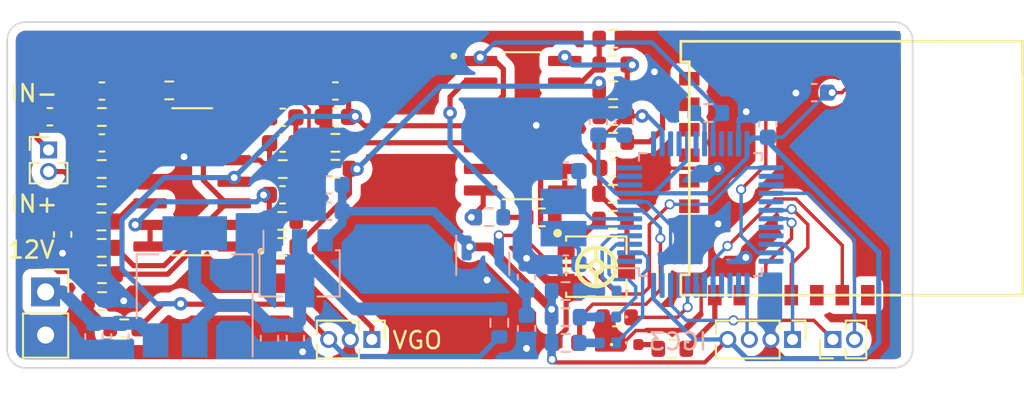
<source format=kicad_pcb>
(kicad_pcb (version 20211014) (generator pcbnew)
  (layers (0 "F.Cu" signal) (31 "B.Cu" signal) (34 "B.Paste" user) (35 "F.Paste" user) (36 "B.SilkS" user "B.Silkscreen") (37 "F.SilkS" user "F.Silkscreen") (38 "B.Mask" user) (39 "F.Mask" user) (44 "Edge.Cuts" user))
  (net 0 "")
  (net 1 "GND")
  (net 2 "/X1")
  (net 3 "+3.3V")
  (net 4 "/NRST")
  (net 5 "/X2")
  (net 6 "Net-(C5-Pad1)")
  (net 7 "/IN-")
  (net 8 "/IN+")
  (net 9 "Net-(C7-Pad1)")
  (net 10 "Net-(C12-Pad2)")
  (net 11 "Net-(C12-Pad1)")
  (net 12 "Net-(C13-Pad1)")
  (net 13 "Net-(C13-Pad2)")
  (net 14 "Net-(C14-Pad1)")
  (net 15 "+5V")
  (net 16 "VCC")
  (net 17 "/REF2V5")
  (net 18 "Net-(C24-Pad1)")
  (net 19 "Net-(D1-Pad2)")
  (net 20 "/LED1")
  (net 21 "Net-(D2-Pad2)")
  (net 22 "/LED2")
  (net 23 "Net-(D3-Pad2)")
  (net 24 "/LED3")
  (net 25 "Net-(D4-Pad2)")
  (net 26 "/SWDIO")
  (net 27 "/SWCLK")
  (net 28 "+12V")
  (net 29 "/USART3_RX")
  (net 30 "/USART3_TX")
  (net 31 "/OUT")
  (net 32 "/BOOT0")
  (net 33 "Net-(R5-Pad2)")
  (net 34 "Net-(R8-Pad1)")
  (net 35 "/ADC")
  (net 36 "/ADC1_IN9")
  (net 37 "Net-(R17-Pad1)")
  (net 38 "Net-(R18-Pad1)")
  (net 39 "Net-(R18-Pad2)")
  (net 40 "Net-(R20-Pad2)")
  (net 41 "/DAC")
  (net 42 "Net-(R21-Pad2)")
  (net 43 "Net-(R22-Pad2)")
  (net 44 "Net-(R28-Pad1)")
  (net 45 "Net-(R30-Pad1)")
  (net 46 "Net-(R30-Pad2)")
  (net 47 "Net-(R31-Pad1)")
  (net 48 "Net-(R32-Pad1)")
  (net 50 "/JDY-23_PWRC")
  (net 56 "/JDY-23_STAT")
  (net 81 "/USART1_TX_JDY-23_RX")
  (net 82 "/USART1_RX_JDY-23_TX")
  (footprint "TLC274ACDR:SOIC127P600X175-14N" (layer "F.Cu") (at 74.475 62.325)
    (fp_text reference "U4" hide)
    (fp_text value "TLC274")
  )
  (footprint "Connector_PinHeader_1.27mm:PinHeader_1x02_P1.27mm_Vertical" (layer "F.Cu") (at 92.725 74.9 90)
    (fp_text reference "J6" hide)
    (fp_text value "Conn_01x02")
  )
  (footprint "Resistor_SMD:R_0603_1608Metric" (layer "F.Cu") (at 51.03 74.245 180)
    (fp_text reference "R3" hide)
    (fp_text value "10k")
  )
  (footprint "Resistor_SMD:R_0603_1608Metric" (layer "F.Cu") (at 79.795 63.27)
    (fp_text reference "R22" hide)
    (fp_text value "1K")
  )
  (footprint "Resistor_SMD:R_0603_1608Metric" (layer "F.Cu") (at 79.8 58.725)
    (fp_text reference "R24" hide)
    (fp_text value "10K")
  )
  (footprint "JDY-23:JDY-23" (layer "F.Cu") (at 96.881692 67.365)
    (fp_text reference "U1" hide)
    (fp_text value "JDY-23")
  )
  (footprint "Resistor_SMD:R_0603_1608Metric" (layer "F.Cu") (at 63.455 63.33)
    (fp_text reference "R29" hide)
    (fp_text value "10k")
  )
  (footprint "Resistor_SMD:R_0603_1608Metric" (layer "F.Cu") (at 60.355 64.875)
    (fp_text reference "R16" hide)
    (fp_text value "3K")
  )
  (footprint "Resistor_SMD:R_0603_1608Metric" (layer "F.Cu") (at 80.025 73.6 180)
    (fp_text reference "R2" hide)
    (fp_text value "10K")
  )
  (footprint "Resistor_SMD:R_0603_1608Metric" (layer "F.Cu") (at 63.455 64.855)
    (fp_text reference "R28" hide)
    (fp_text value "10k")
  )
  (footprint "Capacitor_SMD:C_0603_1608Metric" (layer "F.Cu") (at 47.405 68.72 -90)
    (fp_text reference "C6" hide)
    (fp_text value "1uF")
  )
  (footprint "Capacitor_SMD:C_0603_1608Metric" (layer "F.Cu") (at 79.785 64.805)
    (fp_text reference "C24" hide)
    (fp_text value "2.2uF")
  )
  (footprint "Resistor_SMD:R_0603_1608Metric" (layer "F.Cu") (at 79.805 61.755 180)
    (fp_text reference "R21" hide)
    (fp_text value "1K")
  )
  (footprint "Capacitor_SMD:C_0603_1608Metric" (layer "F.Cu") (at 46.655 61.795 180)
    (fp_text reference "C5" hide)
    (fp_text value "220nF")
  )
  (footprint "Resistor_SMD:R_0603_1608Metric" (layer "F.Cu") (at 79.8 60.24 180)
    (fp_text reference "R25" hide)
    (fp_text value "1K")
  )
  (footprint "TLC274ACDR:SOIC127P600X175-14N" (layer "F.Cu") (at 55.025 65.62 180)
    (fp_text reference "U3" hide)
    (fp_text value "TLC274")
  )
  (footprint "Resistor_SMD:R_0603_1608Metric" (layer "F.Cu") (at 60.325 67.925 180)
    (fp_text reference "R14" hide)
    (fp_text value "1.5k")
  )
  (footprint "Resistor_SMD:R_0603_1608Metric" (layer "F.Cu") (at 72.51 67.715)
    (fp_text reference "R31" hide)
    (fp_text value "10k")
  )
  (footprint "Resistor_SMD:R_0603_1608Metric" (layer "F.Cu") (at 60.325 69.455 180)
    (fp_text reference "R23" hide)
    (fp_text value "62K")
  )
  (footprint "Capacitor_SMD:C_0603_1608Metric" (layer "F.Cu") (at 63.455 61.805 180)
    (fp_text reference "C25" hide)
    (fp_text value "10uF")
  )
  (footprint "Resistor_SMD:R_0603_1608Metric" (layer "F.Cu") (at 75.535 67.715)
    (fp_text reference "R30" hide)
    (fp_text value "10k")
  )
  (footprint "Connector_PinSocket_2.54mm:PinSocket_1x02_P2.54mm_Vertical" (layer "F.Cu") (at 46.405 72.1)
    (fp_text reference "J5" hide)
    (fp_text value "Power")
  )
  (footprint "Resistor_SMD:R_0603_1608Metric" (layer "F.Cu") (at 77 73.6 180)
    (fp_text reference "R1" hide)
    (fp_text value "10K")
  )
  (footprint "Capacitor_SMD:C_0603_1608Metric" (layer "F.Cu") (at 60.34 66.39 180)
    (fp_text reference "C13" hide)
    (fp_text value "2.2uF")
  )
  (footprint "Resistor_SMD:R_0603_1608Metric" (layer "F.Cu") (at 49.69 67.96 180)
    (fp_text reference "R19" hide)
    (fp_text value "15R")
  )
  (footprint "Resistor_SMD:R_0603_1608Metric" (layer "F.Cu") (at 49.705 69.51 180)
    (fp_text reference "R18" hide)
    (fp_text value "6.8K")
  )
  (footprint "Connector_PinHeader_1.27mm:PinHeader_1x04_P1.27mm_Vertical" (layer "F.Cu") (at 90.35 74.9 -90)
    (fp_text reference "J1" hide)
    (fp_text value "SWD")
  )
  (footprint "Resistor_SMD:R_0603_1608Metric" (layer "F.Cu") (at 53.68 60.245 180)
    (fp_text reference "R13" hide)
    (fp_text value "3K")
  )
  (footprint "Resistor_SMD:R_0603_1608Metric" (layer "F.Cu") (at 49.715 61.81 180)
    (fp_text reference "R7" hide)
    (fp_text value "10M")
  )
  (footprint "Resistor_SMD:R_0603_1608Metric" (layer "F.Cu") (at 49.705 66.415 180)
    (fp_text reference "R8" hide)
    (fp_text value "2K")
  )
  (footprint "Connector_PinHeader_1.27mm:PinHeader_1x03_P1.27mm_Vertical" (layer "F.Cu") (at 65.6 74.9 -90)
    (fp_text reference "JP1" hide)
    (fp_text value "connector")
  )
  (footprint "Diode_SMD:D_0402_1005Metric" (layer "F.Cu") (at 80.79 75.2)
    (fp_text reference "D1" hide)
    (fp_text value "RED")
  )
  (footprint "EVM3ESX50B24:RES-ADJ-SMD_EVM3ESX50B24" (layer "F.Cu") (at 78.808 70.61625)
    (fp_text reference "VR1" hide)
    (fp_text value "20K" hide)
  )
  (footprint "Capacitor_SMD:C_0603_1608Metric" (layer "F.Cu") (at 60.355 63.35)
    (fp_text reference "C14" hide)
    (fp_text value "1uF")
  )
  (footprint "Capacitor_SMD:C_0603_1608Metric" (layer "F.Cu") (at 63.455 60.28 180)
    (fp_text reference "C21" hide)
    (fp_text value "10uF")
  )
  (footprint "Resistor_SMD:R_0603_1608Metric" (layer "F.Cu") (at 49.7225 71.06 180)
    (fp_text reference "R17" hide)
    (fp_text value "1K")
  )
  (footprint "Resistor_SMD:R_0603_1608Metric" (layer "F.Cu") (at 79.78 66.33)
    (fp_text reference "R27" hide)
    (fp_text value "2K")
  )
  (footprint "Connector_PinHeader_1.27mm:PinHeader_1x02_P1.27mm_Vertical" (layer "F.Cu") (at 46.58 63.75)
    (fp_text reference "J2" hide)
    (fp_text value "Sensor")
  )
  (footprint "Resistor_SMD:R_0603_1608Metric" (layer "F.Cu") (at 49.73 72.64)
    (fp_text reference "R4" hide)
    (fp_text value "10k")
  )
  (footprint "Capacitor_SMD:C_0603_1608Metric" (layer "F.Cu") (at 49.715 60.285 180)
    (fp_text reference "C8" hide)
    (fp_text value "10nF")
  )
  (footprint "Capacitor_SMD:C_0603_1608Metric" (layer "F.Cu") (at 60.355 61.83 180)
    (fp_text reference "C12" hide)
    (fp_text value "1uF")
  )
  (footprint "Resistor_SMD:R_0603_1608Metric" (layer "F.Cu") (at 83.275 75.45)
    (fp_text reference "R5" hide)
    (fp_text value "10K")
  )
  (footprint "Capacitor_SMD:C_0603_1608Metric" (layer "F.Cu") (at 49.715 63.335 180)
    (fp_text reference "C7" hide)
    (fp_text value "0.1uF")
  )
  (footprint "Resistor_SMD:R_0603_1608Metric" (layer "F.Cu") (at 79.785 67.855 180)
    (fp_text reference "R26" hide)
    (fp_text value "10k")
  )
  (footprint "Capacitor_SMD:C_0603_1608Metric" (layer "F.Cu") (at 77 75.1)
    (fp_text reference "C3" hide)
    (fp_text value "0.1uf")
  )
  (footprint "Resistor_SMD:R_0603_1608Metric" (layer "F.Cu") (at 49.705 64.87 180)
    (fp_text reference "R6" hide)
    (fp_text value "2K")
  )
  (footprint "Resistor_SMD:R_0603_1608Metric" (layer "F.Cu") (at 79.8 57.205 180)
    (fp_text reference "R20" hide)
    (fp_text value "10K")
  )
  (footprint "Capacitor_SMD:C_0603_1608Metric" (layer "B.Cu") (at 59.575 74.825 90)
    (fp_text reference "C18" hide)
    (fp_text value "0.1uf")
  )
  (footprint "Capacitor_SMD:C_0603_1608Metric" (layer "B.Cu") (at 74.7 74.25 90)
    (fp_text reference "C22" hide)
    (fp_text value "10uf")
  )
  (footprint "Resistor_SMD:R_0603_1608Metric" (layer "B.Cu") (at 77 73.575 180)
    (fp_text reference "R11" hide)
    (fp_text value "10K")
  )
  (footprint "Resistor_SMD:R_0603_1608Metric" (layer "B.Cu") (at 85.4 61.575 180)
    (fp_text reference "R9" hide)
    (fp_text value "0R")
  )
  (footprint "Package_TO_SOT_SMD:SOT-223-3_TabPin2" (layer "B.Cu") (at 55.175 71.8 90)
    (fp_text reference "V1" hide)
    (fp_text value "AMS1117-5.0")
  )
  (footprint "Capacitor_SMD:C_0603_1608Metric" (layer "B.Cu") (at 49.25 74.725 90)
    (fp_text reference "C15" hide)
    (fp_text value "10uf")
  )
  (footprint "Resistor_SMD:R_0603_1608Metric" (layer "B.Cu") (at 77 75.1 180)
    (fp_text reference "R10" hide)
    (fp_text value "10K")
  )
  (footprint "Resistor_SMD:R_0603_1608Metric" (layer "B.Cu") (at 77 72.05 180)
    (fp_text reference "R12" hide)
    (fp_text value "10K")
  )
  (footprint "Capacitor_SMD:C_0603_1608Metric" (layer "B.Cu") (at 74.7 71.225 -90)
    (fp_text reference "C23" hide)
    (fp_text value "0.1uf")
  )
  (footprint "Package_TO_SOT_SMD:SOT-23" (layer "B.Cu") (at 72.125 70.45 -90)
    (fp_text reference "V3" hide)
    (fp_text value "REF3025")
  )
  (footprint "Capacitor_SMD:C_0603_1608Metric" (layer "B.Cu") (at 77.005 70.465)
    (fp_text reference "C1" hide)
    (fp_text value "20pF")
  )
  (footprint "Capacitor_SMD:C_0603_1608Metric" (layer "B.Cu") (at 63.08 65.805)
    (fp_text reference "C20" hide)
    (fp_text value "0.1uf")
  )
  (footprint "Capacitor_SMD:C_0603_1608Metric" (layer "B.Cu") (at 77.005 64.99)
    (fp_text reference "C4" hide)
    (fp_text value "20pF")
  )
  (footprint "Package_QFP:LQFP-48_7x7mm_P0.5mm" (layer "B.Cu") (at 84.925 67.55)
    (fp_text reference "U2" hide)
    (fp_text value "STM32F373C8Tx")
  )
  (footprint "Capacitor_SMD:C_0603_1608Metric" (layer "B.Cu") (at 50.775 74.725 90)
    (fp_text reference "C16" hide)
    (fp_text value "0.1uf")
  )
  (footprint "Diode_SMD:D_0402_1005Metric" (layer "B.Cu") (at 79.5125 72.05 180)
    (fp_text reference "D4" hide)
    (fp_text value "RED")
  )
  (footprint "Capacitor_SMD:C_0603_1608Metric" (layer "B.Cu") (at 88.9 62.225 -90)
    (fp_text reference "C10" hide)
    (fp_text value "0.1uf")
  )
  (footprint "Capacitor_SMD:C_0603_1608Metric" (layer "B.Cu") (at 78.925 62.1 -90)
    (fp_text reference "C9" hide)
    (fp_text value "0.1uf")
  )
  (footprint "Resistor_SMD:R_0603_1608Metric" (layer "B.Cu") (at 72.5 67.7 180)
    (fp_text reference "R32" hide)
    (fp_text value "1k")
  )
  (footprint "Capacitor_SMD:C_0603_1608Metric" (layer "B.Cu") (at 63.08 67.355)
    (fp_text reference "C19" hide)
    (fp_text value "10uf")
  )
  (footprint "Diode_SMD:D_0402_1005Metric" (layer "B.Cu") (at 79.4875 75.1 180)
    (fp_text reference "D2" hide)
    (fp_text value "RED")
  )
  (footprint "Diode_SMD:D_0402_1005Metric" (layer "B.Cu") (at 79.4875 73.575 180)
    (fp_text reference "D3" hide)
    (fp_text value "RED")
  )
  (footprint "Capacitor_SMD:C_0603_1608Metric" (layer "B.Cu") (at 91.625 60.375)
    (fp_text reference "C2" hide)
    (fp_text value "0.1uf")
  )
  (footprint "Capacitor_SMD:C_0603_1608Metric" (layer "B.Cu") (at 80.45 62.1 -90)
    (fp_text reference "C11" hide)
    (fp_text value "0.1uf")
  )
  (footprint "Package_TO_SOT_SMD:SOT-89-3" (layer "B.Cu") (at 61.35 70.7125 -90)
    (fp_text reference "V2" hide)
    (fp_text value "HT7533")
  )
  (footprint "Resistor_SMD:R_0603_1608Metric" (layer "B.Cu") (at 73.1 73.925 90)
    (fp_text reference "R15" hide)
    (fp_text value "0R")
  )
  (footprint "Capacitor_SMD:C_0603_1608Metric" (layer "B.Cu") (at 61.1 74.825 90)
    (fp_text reference "C17" hide)
    (fp_text value "10uf")
  )
  (footprint "3225 8M:XTAL_NX3225GD-8MHZ-STD-CRA-3" (layer "B.Cu") (at 76.875 67.725 90)
    (fp_text reference "Y1" hide)
    (fp_text value "8M")
  )
  (gr_arc (start 96.283336 56.226668) (mid 97.099002 56.544334) (end 97.416668 57.36) (layer "Edge.Cuts") (width 0.1))
  (gr_line (start 96.283336 76.568332) (end 45.275 76.568332) (layer "Edge.Cuts") (width 0.1))
  (gr_arc (start 97.416668 75.435) (mid 97.099002 76.250666) (end 96.283336 76.568332) (layer "Edge.Cuts") (width 0.1))
  (gr_arc (start 45.275 76.568332) (mid 44.459334 76.250666) (end 44.141668 75.435) (layer "Edge.Cuts") (width 0.1))
  (gr_line (start 96.283336 56.226668) (end 45.275 56.226668) (layer "Edge.Cuts") (width 0.1))
  (gr_line (start 44.141668 75.435) (end 44.141668 57.36) (layer "Edge.Cuts") (width 0.1))
  (gr_line (start 97.416668 57.36) (end 97.416668 75.435) (layer "Edge.Cuts") (width 0.1))
  (gr_arc (start 44.141668 57.36) (mid 44.459334 56.544334) (end 45.275 56.226668) (layer "Edge.Cuts") (width 0.1))
  (gr_text "IGC3\n" (at 83.6 75.025) (layer "B.SilkS") (effects (font (size 1 1)) (justify mirror)))
  (gr_text "VGO" (at 68.275 74.95) (layer "F.SilkS") (effects (font (size 1 1))))
  (gr_text "IN-\n\n" (at 45.725 61.225) (layer "F.SilkS") (effects (font (size 1 1))))
  (gr_text "12V\n" (at 45.55 69.625) (layer "F.SilkS") (effects (font (size 1 1))))
  (gr_text "IN+\n" (at 45.725 66.925) (layer "F.SilkS") (effects (font (size 1 1))))
  (segment (start 85.925 64.825) (end 82.11 64.825) (width 0.2032) (layer "F.Cu") (net 1))
  (segment (start 96.27768 72.2926) (end 96.27768 74.42232) (width 0.254) (layer "F.Cu") (net 1))
  (segment (start 86.42425 70.07575) (end 84.975 71.525) (width 0.2032) (layer "F.Cu") (net 1))
  (segment (start 87.601651 70.07575) (end 86.42425 70.07575) (width 0.2032) (layer "F.Cu") (net 1))
  (segment (start 81.1284 74.3766) (end 80.305 75.2) (width 0.2032) (layer "F.Cu") (net 1))
  (segment (start 96.27768 74.42232) (end 94.675 76.025) (width 0.254) (layer "F.Cu") (net 1))
  (segment (start 85.95 64.85) (end 85.925 64.825) (width 0.2032) (layer "F.Cu") (net 1))
  (segment (start 83.8734 74.3766) (end 81.1284 74.3766) (width 0.2032) (layer "F.Cu") (net 1))
  (segment (start 77.03 71.63225) (end 77.03 74.295) (width 0.3048) (layer "F.Cu") (net 1))
  (segment (start 82.11 64.825) (end 80.605 66.33) (width 0.2032) (layer "F.Cu") (net 1))
  (segment (start 89.875 76.025) (end 89.08 75.23) (width 0.254) (layer "F.Cu") (net 1))
  (segment (start 77.03 74.295) (end 76.225 75.1) (width 0.3048) (layer "F.Cu") (net 1))
  (segment (start 84.975 73.275) (end 83.8734 74.3766) (width 0.2032) (layer "F.Cu") (net 1))
  (segment (start 94.675 76.025) (end 89.875 76.025) (width 0.254) (layer "F.Cu") (net 1))
  (segment (start 84.975 71.525) (end 84.975 73.275) (width 0.2032) (layer "F.Cu") (net 1))
  (via (at 54.55 64.15) (size 0.8) (drill 0.4) (layers "F.Cu" "B.Cu") (net 1))
  (via (at 61.525 75.625) (size 0.8) (drill 0.4) (layers "F.Cu" "B.Cu") (net 1))
  (via (at 82.225 59.15) (size 0.8) (drill 0.4) (layers "F.Cu" "B.Cu") (net 1))
  (via (at 85.975 68.1) (size 0.8) (drill 0.4) (layers "F.Cu" "B.Cu") (net 1))
  (via (at 47.4 69.825) (size 0.8) (drill 0.4) (layers "F.Cu" "B.Cu") (net 1))
  (via (at 72.375 71.4) (size 0.8) (drill 0.4) (layers "F.Cu" "B.Cu") (net 1))
  (via (at 85.95 64.85) (size 0.8) (drill 0.4) (layers "F.Cu" "B.Cu") (net 1))
  (via (at 90.55 60.4) (size 0.8) (drill 0.4) (layers "F.Cu" "B.Cu") (net 1))
  (via (at 51 72.625) (size 0.8) (drill 0.4) (layers "F.Cu" "B.Cu") (net 1))
  (via (at 74.7 70.125) (size 0.8) (drill 0.4) (layers "F.Cu" "B.Cu") (net 1))
  (via (at 74.7 75.425) (size 0.8) (drill 0.4) (layers "F.Cu" "B.Cu") (net 1))
  (via (at 87.601651 70.07575) (size 0.8) (drill 0.4) (layers "F.Cu" "B.Cu") (net 1))
  (via (at 75.275 62.3) (size 0.8) (drill 0.4) (layers "F.Cu" "B.Cu") (net 1))
  (via (at 87.625 61.5) (size 0.8) (drill 0.4) (layers "F.Cu" "B.Cu") (net 1))
  (segment (start 82.675 69.95) (end 83.1766 69.4484) (width 0.2032) (layer "B.Cu") (net 1))
  (segment (start 83.1766 69.4484) (end 83.1766 68.1766) (width 0.2032) (layer "B.Cu") (net 1))
  (segment (start 82.675 71.7125) (end 82.675 69.95) (width 0.2032) (layer "B.Cu") (net 1))
  (segment (start 87.175 61.95) (end 87.625 61.5) (width 0.254) (layer "B.Cu") (net 1))
  (segment (start 76.25 61.325) (end 75.275 62.3) (width 0.3048) (layer "B.Cu") (net 1))
  (segment (start 81.8 66.8) (end 80.7625 66.8) (width 0.2032) (layer "B.Cu") (net 1))
  (segment (start 83.1766 68.1766) (end 81.8 66.8) (width 0.2032) (layer "B.Cu") (net 1))
  (segment (start 78.925 61.325) (end 76.25 61.325) (width 0.3048) (layer "B.Cu") (net 1))
  (segment (start 87.175 63.3875) (end 87.175 61.95) (width 0.254) (layer "B.Cu") (net 1))
  (segment (start 80.7625 68.3) (end 77.25 68.3) (width 0.25) (layer "B.Cu") (net 2))
  (segment (start 77.78 69.58) (end 76.875 68.675) (width 0.25) (layer "B.Cu") (net 2))
  (segment (start 77.78 70.465) (end 77.78 69.58) (width 0.25) (layer "B.Cu") (net 2))
  (segment (start 93.26008 60.375) (end 92.675 60.375) (width 0.2032) (layer "F.Cu") (net 3))
  (segment (start 72.5 69.45) (end 76.175 73.125) (width 0.508) (layer "F.Cu") (net 3))
  (segment (start 85.19 76.25) (end 76.3755 76.25) (width 0.25) (layer "F.Cu") (net 3))
  (segment (start 86.54 74.9) (end 85.19 76.25) (width 0.25) (layer "F.Cu") (net 3))
  (segment (start 71.35 69.45) (end 72.5 69.45) (width 0.508) (layer "F.Cu") (net 3))
  (segment (start 96.27768 57.3574) (end 93.26008 60.375) (width 0.2032) (layer "F.Cu") (net 3))
  (segment (start 76.3755 76.25) (end 76.2 76.0745) (width 0.25) (layer "F.Cu") (net 3))
  (via (at 92.675 60.375) (size 0.6) (drill 0.4) (layers "F.Cu" "B.Cu") (net 3))
  (via (at 71.35 69.45) (size 0.8) (drill 0.4) (layers "F.Cu" "B.Cu") (net 3))
  (via (at 76.175 73.125) (size 0.8) (drill 0.4) (layers "F.Cu" "B.Cu") (net 3))
  (via (at 76.2 76.0745) (size 0.6) (drill 0.4) (layers "F.Cu" "B.Cu") (net 3))
  (segment (start 84.175 64.320342) (end 82.195342 66.3) (width 0.25) (layer "B.Cu") (net 3))
  (segment (start 87.665 76.025) (end 94.475 76.025) (width 0.3048) (layer "B.Cu") (net 3))
  (segment (start 95.425 69.778974) (end 88.9 63.253974) (width 0.3048) (layer "B.Cu") (net 3))
  (segment (start 76.175 72.05) (end 76.175 73.125) (width 0.508) (layer "B.Cu") (net 3))
  (segment (start 76.175 73.125) (end 76.175 75.1) (width 0.508) (layer "B.Cu") (net 3))
  (segment (start 95.425 75.075) (end 95.425 69.778974) (width 0.3048) (layer "B.Cu") (net 3))
  (segment (start 79.959315 66.3) (end 78.925 65.265685) (width 0.25) (layer "B.Cu") (net 3))
  (segment (start 85.565685 66.3) (end 82.195342 66.3) (width 0.25) (layer "B.Cu") (net 3))
  (segment (start 82.175 72.515685) (end 84.559315 74.9) (width 0.25) (layer "B.Cu") (net 3))
  (segment (start 76.175 75.1) (end 76.175 76.0495) (width 0.508) (layer "B.Cu") (net 3))
  (segment (start 82.175 71.7125) (end 82.175 72.515685) (width 0.25) (layer "B.Cu") (net 3))
  (segment (start 80.7625 66.3) (end 79.959315 66.3) (width 0.25) (layer "B.Cu") (net 3))
  (segment (start 94.475 76.025) (end 95.425 75.075) (width 0.3048) (layer "B.Cu") (net 3))
  (segment (start 78.925 62.875) (end 80.205 62.875) (width 0.3048) (layer "B.Cu") (net 3))
  (segment (start 84.559315 74.9) (end 86.54 74.9) (width 0.25) (layer "B.Cu") (net 3))
  (segment (start 87.675 63.3875) (end 87.675 64.190685) (width 0.25) (layer "B.Cu") (net 3))
  (segment (start 86.54 74.9) (end 87.665 76.025) (width 0.3048) (layer "B.Cu") (net 3))
  (segment (start 80.7625 66.3) (end 82.195342 66.3) (width 0.25) (layer "B.Cu") (net 3))
  (segment (start 84.175 63.3875) (end 84.175 64.320342) (width 0.25) (layer "B.Cu") (net 3))
  (segment (start 63.855 67.355) (end 63.855 68.0575) (width 0.508) (layer "B.Cu") (net 3))
  (segment (start 88.0149 63.05) (end 87.6774 63.3875) (width 0.3048) (layer "B.Cu") (net 3))
  (segment (start 63.855 68.0575) (end 62.85 69.0625) (width 0.508) (layer "B.Cu") (net 3))
  (segment (start 92.4 60.375) (end 89.775 63) (width 0.2032) (layer "B.Cu") (net 3))
  (segment (start 89.775 63) (end 88.9 63) (width 0.2032) (layer "B.Cu") (net 3))
  (segment (start 76.175 76.0495) (end 76.2 76.0745) (width 0.508) (layer "B.Cu") (net 3))
  (segment (start 69.255 67.355) (end 63.855 67.355) (width 0.508) (layer "B.Cu") (net 3))
  (segment (start 88.0149 63.05) (end 88.85 63.05) (width 0.3048) (layer "B.Cu") (net 3))
  (segment (start 63.855 65.805) (end 63.855 67.355) (width 0.508) (layer "B.Cu") (net 3))
  (segment (start 71.35 69.45) (end 69.255 67.355) (width 0.508) (layer "B.Cu") (net 3))
  (segment (start 87.675 64.190685) (end 85.565685 66.3) (width 0.25) (layer "B.Cu") (net 3))
  (segment (start 87.64 76) (end 86.54 74.9) (width 0.25) (layer "B.Cu") (net 3))
  (segment (start 78.925 65.265685) (end 78.925 62.875) (width 0.25) (layer "B.Cu") (net 3))
  (segment (start 81.7266 72.8234) (end 78.6016 72.8234) (width 0.2032) (layer "F.Cu") (net 4))
  (segment (start 78.6016 72.8234) (end 77.825 73.6) (width 0.2032) (layer "F.Cu") (net 4))
  (segment (start 77.825 73.6) (end 77.825 75.05) (width 0.3048) (layer "F.Cu") (net 4))
  (segment (start 82.575 68.95) (end 82.575 71.975) (width 0.2032) (layer "F.Cu") (net 4))
  (segment (start 82.575 71.975) (end 81.7266 72.8234) (width 0.2032) (layer "F.Cu") (net 4))
  (via (at 82.575 68.95) (size 0.6) (drill 0.4) (layers "F.Cu" "B.Cu") (net 4))
  (segment (start 82.575 68.95) (end 82.575 68.342407) (width 0.2032) (layer "B.Cu") (net 4))
  (segment (start 82.575 68.342407) (end 81.532593 67.3) (width 0.2032) (layer "B.Cu") (net 4))
  (segment (start 81.532593 67.3) (end 80.7625 67.3) (width 0.2032) (layer "B.Cu") (net 4))
  (segment (start 77.78 64.99) (end 77.78 65.87) (width 0.25) (layer "B.Cu") (net 5))
  (segment (start 80.7625 67.8) (end 78.5266 67.8) (width 0.2032) (layer "B.Cu") (net 5))
  (segment (start 78.5266 67.8) (end 77.5016 66.775) (width 0.2032) (layer "B.Cu") (net 5))
  (segment (start 77.78 65.87) (end 76.875 66.775) (width 0.25) (layer "B.Cu") (net 5))
  (segment (start 47.43 61.795) (end 48.875 61.795) (width 0.3048) (layer "F.Cu") (net 6))
  (segment (start 48.89 61.81) (end 48.89 64.86) (width 0.3048) (layer "F.Cu") (net 6))
  (segment (start 48.94 60.285) (end 47.073332 60.285) (width 0.3048) (layer "F.Cu") (net 7))
  (segment (start 47.073332 60.285) (end 45.88 61.478332) (width 0.3048) (layer "F.Cu") (net 7))
  (segment (start 45.88 63.05) (end 46.58 63.75) (width 0.3048) (layer "F.Cu") (net 7))
  (segment (start 45.88 61.795) (end 45.88 63.05) (width 0.3048) (layer "F.Cu") (net 7))
  (segment (start 48.905 72.986668) (end 48.905 72.64) (width 0.3048) (layer "F.Cu") (net 8))
  (segment (start 47.140932 70.8976) (end 48.7351 70.8976) (width 0.3048) (layer "F.Cu") (net 8))
  (segment (start 50.163332 74.245) (end 48.905 72.986668) (width 0.3048) (layer "F.Cu") (net 8))
  (segment (start 46.5776 70.334268) (end 47.140932 70.8976) (width 0.3048) (layer "F.Cu") (net 8))
  (segment (start 47.405 67.945) (end 48.85 67.945) (width 0.3048) (layer "F.Cu") (net 8))
  (segment (start 46.58 65.02) (end 47.485 65.02) (width 0.3048) (layer "F.Cu") (net 8))
  (segment (start 46.5776 68.7724) (end 46.5776 70.334268) (width 0.3048) (layer "F.Cu") (net 8))
  (segment (start 47.405 67.945) (end 46.5776 68.7724) (width 0.3048) (layer "F.Cu") (net 8))
  (segment (start 47.485 65.02) (end 48.88 66.415) (width 0.3048) (layer "F.Cu") (net 8))
  (segment (start 48.8975 71.06) (end 48.8975 72.6325) (width 0.3048) (layer "F.Cu") (net 8))
  (segment (start 48.88 66.415) (end 48.88 67.945) (width 0.3048) (layer "F.Cu") (net 8))
  (segment (start 50.49 63.335) (end 50.49 64.83) (width 0.3048) (layer "F.Cu") (net 9))
  (segment (start 52.55 63.08) (end 50.745 63.08) (width 0.3048) (layer "F.Cu") (net 9))
  (segment (start 58.845 61.095) (end 59.58 61.83) (width 0.3048) (layer "F.Cu") (net 10))
  (segment (start 53.705 61.095) (end 58.845 61.095) (width 0.3048) (layer "F.Cu") (net 10))
  (segment (start 50.49 60.285) (end 50.49 61.76) (width 0.3048) (layer "F.Cu") (net 10))
  (segment (start 52.855 60.245) (end 53.705 61.095) (width 0.3048) (layer "F.Cu") (net 10))
  (segment (start 52.855 60.245) (end 50.53 60.245) (width 0.3048) (layer "F.Cu") (net 10))
  (segment (start 52.55 61.81) (end 50.54 61.81) (width 0.3048) (layer "F.Cu") (net 10))
  (segment (start 61.15 67.925) (end 60.325 67.1) (width 0.2032) (layer "F.Cu") (net 11))
  (segment (start 60.325 64.155) (end 61.13 63.35) (width 0.2032) (layer "F.Cu") (net 11))
  (segment (start 61.13 61.83) (end 61.13 63.35) (width 0.3048) (layer "F.Cu") (net 11))
  (segment (start 60.325 67.1) (end 60.325 64.155) (width 0.2032) (layer "F.Cu") (net 11))
  (segment (start 61.18 64.875) (end 61.18 66.325) (width 0.3048) (layer "F.Cu") (net 12))
  (segment (start 61.9 61.380275) (end 61.9 64.155) (width 0.2032) (layer "F.Cu") (net 12))
  (segment (start 60.764725 60.245) (end 61.9 61.380275) (width 0.2032) (layer "F.Cu") (net 12))
  (segment (start 54.505 60.245) (end 60.764725 60.245) (width 0.2032) (layer "F.Cu") (net 12))
  (segment (start 61.9 64.155) (end 61.18 64.875) (width 0.2032) (layer "F.Cu") (net 12))
  (segment (start 59.565 66.39) (end 59.565 67.86) (width 0.3048) (layer "F.Cu") (net 13))
  (segment (start 59.225 66.4) (end 59.555 66.4) (width 0.3048) (layer "F.Cu") (net 13))
  (segment (start 52.55 68.16) (end 52.55 69.43) (width 0.3048) (layer "F.Cu") (net 13))
  (via (at 59.225 66.4) (size 0.8) (drill 0.4) (layers "F.Cu" "B.Cu") (net 13))
  (via (at 51.675 68.15) (size 0.8) (drill 0.4) (layers "F.Cu" "B.Cu") (net 13))
  (segment (start 53.025 66.8) (end 51.675 68.15) (width 0.3048) (layer "B.Cu") (net 13))
  (segment (start 58.825 66.8) (end 53.025 66.8) (width 0.3048) (layer "B.Cu") (net 13))
  (segment (start 59.225 66.4) (end 58.825 66.8) (width 0.3048) (layer "B.Cu") (net 13))
  (segment (start 57.5 64.35) (end 59.005 64.35) (width 0.3048) (layer "F.Cu") (net 14))
  (segment (start 59.58 63.35) (end 59.58 64.825) (width 0.3048) (layer "F.Cu") (net 14))
  (segment (start 59.005 64.35) (end 59.53 64.875) (width 0.3048) (layer "F.Cu") (net 14))
  (segment (start 61.35 69.15) (end 61.35 73.8) (width 0.762) (layer "B.Cu") (net 15))
  (segment (start 56.375 72.9) (end 58.425 72.9) (width 0.762) (layer "B.Cu") (net 15))
  (segment (start 61.35 73.8) (end 61.1 74.05) (width 0.762) (layer "B.Cu") (net 15))
  (segment (start 56.375 72.9) (end 55.175 74.1) (width 0.762) (layer "B.Cu") (net 15))
  (segment (start 64.6255 73.1) (end 61.35 69.8245) (width 0.762) (layer "B.Cu") (net 15))
  (segment (start 55.175 68.65) (end 55.175 71.7) (width 0.762) (layer "B.Cu") (net 15))
  (segment (start 55.175 71.7) (end 56.375 72.9) (width 0.762) (layer "B.Cu") (net 15))
  (segment (start 61.1 74.05) (end 59.575 74.05) (width 0.762) (layer "B.Cu") (net 15))
  (segment (start 73.1 73.1) (end 64.6255 73.1) (width 0.762) (layer "B.Cu") (net 15))
  (segment (start 59.575 74.05) (end 58.425 72.9) (width 0.762) (layer "B.Cu") (net 15))
  (segment (start 55.175 74.1) (end 55.175 74.95) (width 0.762) (layer "B.Cu") (net 15))
  (segment (start 78.96 67.865) (end 77.22475 69.60025) (width 0.3048) (layer "F.Cu") (net 16))
  (segment (start 53.3 72.8) (end 51.855 74.245) (width 0.3048) (layer "F.Cu") (net 16))
  (segment (start 61 72.825) (end 63.06 74.885) (width 0.3048) (layer "F.Cu") (net 16))
  (segment (start 75.525 65.389352) (end 75.525 68.225) (width 0.3048) (layer "F.Cu") (net 16))
  (segment (start 54.375 72.825) (end 61 72.825) (width 0.3048) (layer "F.Cu") (net 16))
  (segment (start 65.175 62.325) (end 72 62.325) (width 0.3048) (layer "F.Cu") (net 16))
  (segment (start 72.460648 62.325) (end 75.525 65.389352) (width 0.3048) (layer "F.Cu") (net 16))
  (segment (start 54.35 72.8) (end 53.3 72.8) (width 0.3048) (layer "F.Cu") (net 16))
  (segment (start 64.625 61.775) (end 65.175 62.325) (width 0.3048) (layer "F.Cu") (net 16))
  (segment (start 75.525 68.225) (end 76.90025 69.60025) (width 0.3048) (layer "F.Cu") (net 16))
  (segment (start 64.23 60.28) (end 64.23 61.805) (width 0.3048) (layer "F.Cu") (net 16))
  (segment (start 54.35 72.8) (end 54.375 72.825) (width 0.3048) (layer "F.Cu") (net 16))
  (via (at 57.5 65.375) (size 0.8) (drill 0.4) (layers "F.Cu" "B.Cu") (net 16))
  (via (at 64.625 61.775) (size 0.8) (drill 0.4) (layers "F.Cu" "B.Cu") (net 16))
  (via (at 54.35 72.8) (size 0.8) (drill 0.4) (layers "F.Cu" "B.Cu") (net 16))
  (segment (start 71.95 75.9) (end 73.1 74.75) (width 0.3048) (layer "B.Cu") (net 16))
  (segment (start 50.9 70.775) (end 50.9 67.860945) (width 0.3048) (layer "B.Cu") (net 16))
  (segment (start 54.35 72.8) (end 52.925 72.8) (width 0.3048) (layer "B.Cu") (net 16))
  (segment (start 63.06 74.9) (end 64.06 75.9) (width 0.3048) (layer "B.Cu") (net 16))
  (segment (start 57.5 65.375) (end 61.1 61.775) (width 0.3048) (layer "B.Cu") (net 16))
  (segment (start 61.1 61.775) (end 64.625 61.775) (width 0.3048) (layer "B.Cu") (net 16))
  (segment (start 53.385945 65.375) (end 57.5 65.375) (width 0.3048) (layer "B.Cu") (net 16))
  (segment (start 64.06 75.9) (end 71.95 75.9) (width 0.3048) (layer "B.Cu") (net 16))
  (segment (start 52.925 72.8) (end 50.9 70.775) (width 0.3048) (layer "B.Cu") (net 16))
  (segment (start 50.9 67.860945) (end 53.385945 65.375) (width 0.3048) (layer "B.Cu") (net 16))
  (segment (start 80.025 72.225) (end 78.35 70.55) (width 0.2032) (layer "F.Cu") (net 17))
  (segment (start 81.925 68.15) (end 81.925 71.825) (width 0.2032) (layer "F.Cu") (net 17))
  (segment (start 74.425 68.775) (end 73.075 68.775) (width 0.2032) (layer "F.Cu") (net 17))
  (segment (start 81.525 72.225) (end 80.025 72.225) (width 0.2032) (layer "F.Cu") (net 17))
  (segment (start 83.125 66.95) (end 81.925 68.15) (width 0.2032) (layer "F.Cu") (net 17))
  (segment (start 78.35 70.55) (end 76.2 70.55) (width 0.2032) (layer "F.Cu") (net 17))
  (segment (start 76.2 70.55) (end 74.425 68.775) (width 0.2032) (layer "F.Cu") (net 17))
  (segment (start 81.925 71.825) (end 81.525 72.225) (width 0.2032) (layer "F.Cu") (net 17))
  (via (at 73.075 68.775) (size 0.6) (drill 0.4) (layers "F.Cu" "B.Cu") (net 17))
  (via (at 83.125 66.95) (size 0.6) (drill 0.4) (layers "F.Cu" "B.Cu") (net 17))
  (segment (start 85.518989 66.95) (end 87.668989 64.8) (width 0.2032) (layer "B.Cu") (net 17))
  (segment (start 74.7 72) (end 74.7 73.475) (width 0.508) (layer "B.Cu") (net 17))
  (segment (start 87.668989 64.8) (end 89.0875 64.8) (width 0.2032) (layer "B.Cu") (net 17))
  (segment (start 73.075 70.375) (end 74.7 72) (width 0.508) (layer "B.Cu") (net 17))
  (segment (start 83.125 66.95) (end 85.518989 66.95) (width 0.2032) (layer "B.Cu") (net 17))
  (segment (start 73.075 69.5125) (end 73.075 70.375) (width 0.508) (layer "B.Cu") (net 17))
  (segment (start 80.61 67.855) (end 80.61 70.59225) (width 0.3048) (layer "F.Cu") (net 18))
  (segment (start 80.48 67.855) (end 78.955 66.33) (width 0.3048) (layer "F.Cu") (net 18))
  (segment (start 76.95 63.595) (end 77.8 63.595) (width 0.3048) (layer "F.Cu") (net 18))
  (segment (start 77.8 63.595) (end 79.01 64.805) (width 0.3048) (layer "F.Cu") (net 18))
  (segment (start 79.01 64.805) (end 79.01 66.275) (width 0.3048) (layer "F.Cu") (net 18))
  (segment (start 81.275 75.2) (end 82.2 75.2) (width 0.3048) (layer "F.Cu") (net 19))
  (segment (start 82.2 75.2) (end 82.45 75.45) (width 0.3048) (layer "F.Cu") (net 19))
  (segment (start 81.825 70.092407) (end 81.825 70.7734) (width 0.2032) (layer "B.Cu") (net 20))
  (segment (start 81.5282 71.0702) (end 81.5282 73.5443) (width 0.2032) (layer "B.Cu") (net 20))
  (segment (start 81.5282 73.5443) (end 79.9725 75.1) (width 0.2032) (layer "B.Cu") (net 20))
  (segment (start 81.532593 69.8) (end 81.825 70.092407) (width 0.2032) (layer "B.Cu") (net 20))
  (segment (start 81.825 70.7734) (end 81.5282 71.0702) (width 0.2032) (layer "B.Cu") (net 20))
  (segment (start 80.7625 69.8) (end 81.532593 69.8) (width 0.2032) (layer "B.Cu") (net 20))
  (segment (start 79.0025 75.1) (end 77.825 75.1) (width 0.508) (layer "B.Cu") (net 21))
  (segment (start 79.877833 71.375) (end 80.7 71.375) (width 0.2032) (layer "B.Cu") (net 22))
  (segment (start 81.125 71.8) (end 81.125 72.4225) (width 0.2032) (layer "B.Cu") (net 22))
  (segment (start 80.7625 69.3) (end 79.992407 69.3) (width 0.2032) (layer "B.Cu") (net 22))
  (segment (start 79.5532 69.739207) (end 79.5532 71.050367) (width 0.2032) (layer "B.Cu") (net 22))
  (segment (start 81.125 72.4225) (end 79.9725 73.575) (width 0.2032) (layer "B.Cu") (net 22))
  (segment (start 79.5532 71.050367) (end 79.877833 71.375) (width 0.2032) (layer "B.Cu") (net 22))
  (segment (start 79.992407 69.3) (end 79.5532 69.739207) (width 0.2032) (layer "B.Cu") (net 22))
  (segment (start 80.7 71.375) (end 81.125 71.8) (width 0.2032) (layer "B.Cu") (net 22))
  (segment (start 79.0025 73.575) (end 77.825 73.575) (width 0.508) (layer "B.Cu") (net 23))
  (segment (start 80.7625 68.8) (end 79.7 68.8) (width 0.2032) (layer "B.Cu") (net 24))
  (segment (start 79.15 69.35) (end 79.15 71.217377) (width 0.2032) (layer "B.Cu") (net 24))
  (segment (start 79.7 68.8) (end 79.15 69.35) (width 0.2032) (layer "B.Cu") (net 24))
  (segment (start 79.15 71.217377) (end 79.982623 72.05) (width 0.2032) (layer "B.Cu") (net 24))
  (segment (start 79.0275 72.05) (end 77.825 72.05) (width 0.508) (layer "B.Cu") (net 25))
  (segment (start 89.857593 69.3) (end 89.0875 69.3) (width 0.2032) (layer "B.Cu") (net 26))
  (segment (start 90.35 69.792407) (end 89.857593 69.3) (width 0.2032) (layer "B.Cu") (net 26))
  (segment (start 90.35 74.9) (end 90.35 69.792407) (width 0.2032) (layer "B.Cu") (net 26))
  (segment (start 87.675 71.7125) (end 87.675 74.765) (width 0.2032) (layer "B.Cu") (net 27))
  (segment (start 51.875 73.95) (end 50.775 73.95) (width 0.762) (layer "B.Cu") (net 28))
  (segment (start 47.4 72.1) (end 49.25 73.95) (width 0.762) (layer "B.Cu") (net 28))
  (segment (start 46.405 72.1) (end 47.4 72.1) (width 0.762) (layer "B.Cu") (net 28))
  (segment (start 50.775 73.95) (end 49.25 73.95) (width 0.762) (layer "B.Cu") (net 28))
  (segment (start 52.875 74.95) (end 51.875 73.95) (width 0.762) (layer "B.Cu") (net 28))
  (segment (start 86.875 73.775) (end 91.6 73.775) (width 0.2032) (layer "F.Cu") (net 29))
  (segment (start 91.6 73.775) (end 92.725 74.9) (width 0.2032) (layer "F.Cu") (net 29))
  (via (at 86.875 73.775) (size 0.6) (drill 0.4) (layers "F.Cu" "B.Cu") (net 29))
  (segment (start 84.099209 73.775) (end 86.875 73.775) (width 0.2032) (layer "B.Cu") (net 29))
  (segment (start 83.175 71.7125) (end 83.175 72.850791) (width 0.2032) (layer "B.Cu") (net 29))
  (segment (start 83.175 72.850791) (end 84.099209 73.775) (width 0.2032) (layer "B.Cu") (net 29))
  (segment (start 93.995 74.9) (end 93.995 69.045) (width 0.2032) (layer "B.Cu") (net 30))
  (segment (start 91.25 66.3) (end 89.0875 66.3) (width 0.2032) (layer "B.Cu") (net 30))
  (segment (start 93.995 69.045) (end 91.25 66.3) (width 0.2032) (layer "B.Cu") (net 30))
  (segment (start 58.42 70.35) (end 61.775 70.35) (width 0.3048) (layer "F.Cu") (net 31))
  (segment (start 64.28 64.855) (end 64.28 66.32) (width 0.3048) (layer "F.Cu") (net 31))
  (segment (start 64.725 64.875) (end 64.705 64.855) (width 0.3048) (layer "F.Cu") (net 31))
  (segment (start 61.775 70.35) (end 65.6 74.175) (width 0.3048) (layer "F.Cu") (net 31))
  (segment (start 57.5 69.43) (end 58.42 70.35) (width 0.3048) (layer "F.Cu") (net 31))
  (segment (start 64.705 64.855) (end 64.28 64.855) (width 0.3048) (layer "F.Cu") (net 31))
  (segment (start 61.775 70.35) (end 61.15 69.725) (width 0.3048) (layer "F.Cu") (net 31))
  (segment (start 64.28 66.32) (end 61.15 69.45) (width 0.3048) (layer "F.Cu") (net 31))
  (segment (start 65.6 74.175) (end 65.6 74.9) (width 0.3048) (layer "F.Cu") (net 31))
  (via (at 64.725 64.875) (size 0.8) (drill 0.4) (layers "F.Cu" "B.Cu") (net 31))
  (via (at 78.965 59.7995) (size 0.8) (drill 0.4) (layers "F.Cu" "B.Cu") (net 31))
  (segment (start 69.6 60) (end 64.725 64.875) (width 0.3048) (layer "B.Cu") (net 31))
  (segment (start 78.8905 60) (end 69.6 60) (width 0.3048) (layer "B.Cu") (net 31))
  (segment (start 83.575 73.6) (end 84.175 73) (width 0.2032) (layer "F.Cu") (net 32))
  (segment (start 80.85 73.6) (end 83.575 73.6) (width 0.2032) (layer "F.Cu") (net 32))
  (via (at 84.175 73) (size 0.6) (drill 0.4) (layers "F.Cu" "B.Cu") (net 32))
  (segment (start 84.175 71.7125) (end 84.175 73) (width 0.2032) (layer "B.Cu") (net 32))
  (segment (start 85.777574 73.772426) (end 84.1 75.45) (width 0.3048) (layer "F.Cu") (net 33))
  (segment (start 85.777574 72.2926) (end 85.777574 73.772426) (width 0.3048) (layer "F.Cu") (net 33))
  (segment (start 51.758332 64.35) (end 51.2316 64.876732) (width 0.2032) (layer "F.Cu") (net 34))
  (segment (start 51.2316 65.7134) (end 50.53 66.415) (width 0.2032) (layer "F.Cu") (net 34))
  (segment (start 51.2316 64.876732) (end 51.2316 65.7134) (width 0.2032) (layer "F.Cu") (net 34))
  (segment (start 73.3374 60.5376) (end 72.82 61.055) (width 0.3048) (layer "F.Cu") (net 35))
  (segment (start 72.865 58.515) (end 73.3374 58.9874) (width 0.3048) (layer "F.Cu") (net 35))
  (segment (start 73.3374 58.9874) (end 73.3374 60.5376) (width 0.3048) (layer "F.Cu") (net 35))
  (segment (start 72 58.515) (end 72.865 58.515) (width 0.3048) (layer "F.Cu") (net 35))
  (via (at 71.975 58.3) (size 0.8) (drill 0.4) (layers "F.Cu" "B.Cu") (net 35))
  (segment (start 85.675 63.3875) (end 85.675 62.125) (width 0.25) (layer "B.Cu") (net 35))
  (segment (start 85.675 62.125) (end 86.225 61.575) (width 0.25) (layer "B.Cu") (net 35))
  (segment (start 86.225 61.575) (end 82.075 57.425) (width 0.25) (layer "B.Cu") (net 35))
  (segment (start 72.85 57.425) (end 71.975 58.3) (width 0.25) (layer "B.Cu") (net 35))
  (segment (start 82.075 57.425) (end 72.85 57.425) (width 0.25) (layer "B.Cu") (net 35))
  (segment (start 85.175 63.3875) (end 85.175 62.175) (width 0.25) (layer "B.Cu") (net 36))
  (segment (start 85.175 62.175) (end 84.575 61.575) (width 0.25) (layer "B.Cu") (net 36))
  (segment (start 53.583248 71.06) (end 56.483248 68.16) (width 0.3048) (layer "F.Cu") (net 37))
  (segment (start 58.205 68.16) (end 59.5 69.455) (width 0.3048) (layer "F.Cu") (net 37))
  (segment (start 56.483248 68.16) (end 57.039352 68.16) (width 0.3048) (layer "F.Cu") (net 37))
  (segment (start 50.5475 71.06) (end 53.583248 71.06) (width 0.3048) (layer "F.Cu") (net 37))
  (segment (start 51.5752 70.5552) (end 50.53 69.51) (width 0.3048) (layer "F.Cu") (net 38))
  (segment (start 53.374152 70.5552) (end 51.5752 70.5552) (width 0.3048) (layer "F.Cu") (net 38))
  (segment (start 56.928332 63.08) (end 55.688332 64.32) (width 0.3048) (layer "F.Cu") (net 38))
  (segment (start 57.039352 66.89) (end 53.374152 70.5552) (width 0.3048) (layer "F.Cu") (net 38))
  (segment (start 55.688332 65.53898) (end 57.039352 66.89) (width 0.3048) (layer "F.Cu") (net 38))
  (segment (start 57.5 61.81) (end 57.5 63.08) (width 0.3048) (layer "F.Cu") (net 38))
  (segment (start 55.688332 64.32) (end 55.688332 65.53898) (width 0.3048) (layer "F.Cu") (net 38))
  (segment (start 51.585 66.89) (end 50.515 67.96) (width 0.3048) (layer "F.Cu") (net 39))
  (segment (start 48.965 69.51) (end 50.515 67.96) (width 0.3048) (layer "F.Cu") (net 39))
  (segment (start 52.55 66.89) (end 51.585 66.89) (width 0.3048) (layer "F.Cu") (net 39))
  (segment (start 76.95 59.785) (end 77.915 59.785) (width 0.3048) (layer "F.Cu") (net 40))
  (segment (start 78.975 57.205) (end 78.975 58.725) (width 0.3048) (layer "F.Cu") (net 40))
  (segment (start 77.915 59.785) (end 78.975 58.725) (width 0.3048) (layer "F.Cu") (net 40))
  (segment (start 81.499883 61.749971) (end 81.499854 61.75) (width 0.25) (layer "F.Cu") (net 41))
  (segment (start 80.481212 61.755) (end 78.97 63.266212) (width 0.3048) (layer "F.Cu") (net 41))
  (segment (start 81.499854 61.75) (end 80.635 61.75) (width 0.25) (layer "F.Cu") (net 41))
  (via (at 81.499883 61.749971) (size 0.8) (drill 0.4) (layers "F.Cu" "B.Cu") (net 41))
  (segment (start 82.675 62.584315) (end 81.840656 61.749971) (width 0.25) (layer "B.Cu") (net 41))
  (segment (start 81.840656 61.749971) (end 81.499883 61.749971) (width 0.25) (layer "B.Cu") (net 41))
  (segment (start 82.675 63.3875) (end 82.675 62.584315) (width 0.25) (layer "B.Cu") (net 41))
  (segment (start 78.28 61.055) (end 76.95 61.055) (width 0.3048) (layer "F.Cu") (net 42))
  (segment (start 78.98 61.755) (end 78.28 61.055) (width 0.3048) (layer "F.Cu") (net 42))
  (segment (start 80.625 60.24) (end 81.915 60.24) (width 0.3048) (layer "F.Cu") (net 43))
  (segment (start 80.625 59.05) (end 80.625 60.24) (width 0.3048) (layer "F.Cu") (net 43))
  (segment (start 80.925 58.75) (end 80.625 59.05) (width 0.3048) (layer "F.Cu") (net 43))
  (segment (start 81.955 63.27) (end 80.62 63.27) (width 0.3048) (layer "F.Cu") (net 43))
  (segment (start 82.7 61.025) (end 82.7 62.525) (width 0.3048) (layer "F.Cu") (net 43))
  (segment (start 82.7 62.525) (end 81.955 63.27) (width 0.3048) (layer "F.Cu") (net 43))
  (segment (start 81.915 60.24) (end 82.7 61.025) (width 0.3048) (layer "F.Cu") (net 43))
  (via (at 80.925 58.75) (size 0.8) (drill 0.4) (layers "F.Cu" "B.Cu") (net 43))
  (via (at 76.95 58.275) (size 0.8) (drill 0.4) (layers "F.Cu" "B.Cu") (net 43))
  (segment (start 77.425 58.75) (end 76.95 58.275) (width 0.3048) (layer "B.Cu") (net 43))
  (segment (start 80.925 58.75) (end 77.425 58.75) (width 0.3048) (layer "B.Cu") (net 43))
  (segment (start 71.73 63.325) (end 64.285 63.325) (width 0.3048) (layer "F.Cu") (net 44))
  (segment (start 62.755 64.855) (end 64.28 63.33) (width 0.2032) (layer "F.Cu") (net 44))
  (segment (start 72 63.595) (end 71.73 63.325) (width 0.3048) (layer "F.Cu") (net 44))
  (segment (start 72.99 64.865) (end 74.71 66.585) (width 0.3048) (layer "F.Cu") (net 45))
  (segment (start 74.71 66.585) (end 74.71 67.715) (width 0.3048) (layer "F.Cu") (net 45))
  (segment (start 73.335 67.715) (end 74.71 67.715) (width 0.3048) (layer "F.Cu") (net 45))
  (segment (start 72 64.865) (end 72.99 64.865) (width 0.3048) (layer "F.Cu") (net 45))
  (segment (start 76.95 64.865) (end 76.95 66.135) (width 0.3048) (layer "F.Cu") (net 46))
  (segment (start 76.95 66.135) (end 76.95 67.125) (width 0.3048) (layer "F.Cu") (net 46))
  (segment (start 76.95 67.125) (end 76.36 67.715) (width 0.3048) (layer "F.Cu") (net 46))
  (segment (start 72.15 67.015) (end 72.15 66.285) (width 0.3048) (layer "F.Cu") (net 47))
  (segment (start 71.45 67.715) (end 72.15 67.015) (width 0.3048) (layer "F.Cu") (net 47))
  (via (at 71.45 67.715) (size 0.8) (drill 0.4) (layers "F.Cu" "B.Cu") (net 47))
  (segment (start 71.04 59.785) (end 72 59.785) (width 0.3048) (layer "F.Cu") (net 48))
  (segment (start 70.2 60.625) (end 71.04 59.785) (width 0.3048) (layer "F.Cu") (net 48))
  (segment (start 70.2 61.5731) (end 70.2 60.625) (width 0.3048) (layer "F.Cu") (net 48))
  (via (at 70.2 61.5731) (size 0.8) (drill 0.4) (layers "F.Cu" "B.Cu") (net 48))
  (segment (start 70.2 63.525) (end 73.325 66.65) (width 0.3048) (layer "B.Cu") (net 48))
  (segment (start 73.325 66.65) (end 73.325 67.7) (width 0.3048) (layer "B.Cu") (net 48))
  (segment (start 70.2 61.5731) (end 70.2 63.525) (width 0.3048) (layer "B.Cu") (net 48))
  (segment (start 89.315849 66.634151) (end 90.549332 66.634151) (width 0.2032) (layer "F.Cu") (net 50))
  (segment (start 93.277686 69.362505) (end 93.277686 72.2926) (width 0.2032) (layer "F.Cu") (net 50))
  (segment (start 86.525 69.4) (end 86.55 69.4) (width 0.2032) (layer "F.Cu") (net 50))
  (segment (start 90.549332 66.634151) (end 93.277686 69.362505) (width 0.2032) (layer "F.Cu") (net 50))
  (segment (start 86.55 69.4) (end 89.315849 66.634151) (width 0.2032) (layer "F.Cu") (net 50))
  (via (at 86.525 69.4) (size 0.6) (drill 0.4) (layers "F.Cu" "B.Cu") (net 50))
  (segment (start 85.675 70.25) (end 85.675 71.7125) (width 0.2032) (layer "B.Cu") (net 50))
  (segment (start 86.525 69.4) (end 85.675 70.25) (width 0.2032) (layer "B.Cu") (net 50))
  (segment (start 87.325 66.075) (end 88.777568 64.622432) (width 0.2032) (layer "F.Cu") (net 56))
  (segment (start 88.777568 64.622432) (end 88.777568 57.3574) (width 0.2032) (layer "F.Cu") (net 56))
  (via (at 87.325 66.075) (size 0.6) (drill 0.4) (layers "F.Cu" "B.Cu") (net 56))
  (segment (start 87.325 68.807593) (end 88.317407 69.8) (width 0.2032) (layer "B.Cu") (net 56))
  (segment (start 87.325 66.075) (end 87.325 68.807593) (width 0.2032) (layer "B.Cu") (net 56))
  (segment (start 88.317407 69.8) (end 89.0875 69.8) (width 0.2032) (layer "B.Cu") (net 56))
  (segment (start 90.343575 67.235751) (end 90.300141 67.235751) (width 0.2032) (layer "F.Cu") (net 81))
  (segment (start 90.277692 72.2926) (end 90.277692 70.472308) (width 0.2032) (layer "F.Cu") (net 81))
  (segment (start 90.277692 70.472308) (end 91.25 69.5) (width 0.2032) (layer "F.Cu") (net 81))
  (segment (start 91.25 69.5) (end 91.25 68.142176) (width 0.2032) (layer "F.Cu") (net 81))
  (segment (start 91.25 68.142176) (end 90.343575 67.235751) (width 0.2032) (layer "F.Cu") (net 81))
  (via (at 90.300141 67.235751) (size 0.6) (drill 0.4) (layers "F.Cu" "B.Cu") (net 81))
  (segment (start 89.0875 67.3) (end 90.235892 67.3) (width 0.2032) (layer "B.Cu") (net 81))
  (segment (start 90.235892 67.3) (end 90.300141 67.235751) (width 0.2032) (layer "B.Cu") (net 81))
  (segment (start 90.292247 68.957753) (end 90.292247 68.035214) (width 0.2032) (layer "F.Cu") (net 82))
  (segment (start 88.777568 70.472432) (end 90.292247 68.957753) (width 0.2032) (layer "F.Cu") (net 82))
  (segment (start 88.777568 72.2926) (end 88.777568 70.472432) (width 0.2032) (layer "F.Cu") (net 82))
  (via (at 90.292247 68.035214) (size 0.6) (drill 0.4) (layers "F.Cu" "B.Cu") (net 82))
  (segment (start 90.057033 67.8) (end 90.292247 68.035214) (width 0.2032) (layer "B.Cu") (net 82))
  (segment (start 89.0875 67.8) (end 90.057033 67.8) (width 0.2032) (layer "B.Cu") (net 82))
  (zone (net 1) (net_name "GND") (layers F&B.Cu) (connect_pads yes (clearance 0.508)) (min_thickness 0.200406) (fill yes (thermal_gap 0.508) (thermal_bridge_width 0.508))
    (polygon (pts (xy 96.725 56.075) (xy 96.725 77.175) (xy 44.475 76.975) (xy 44.1 55.775)))
  )
)
</source>
